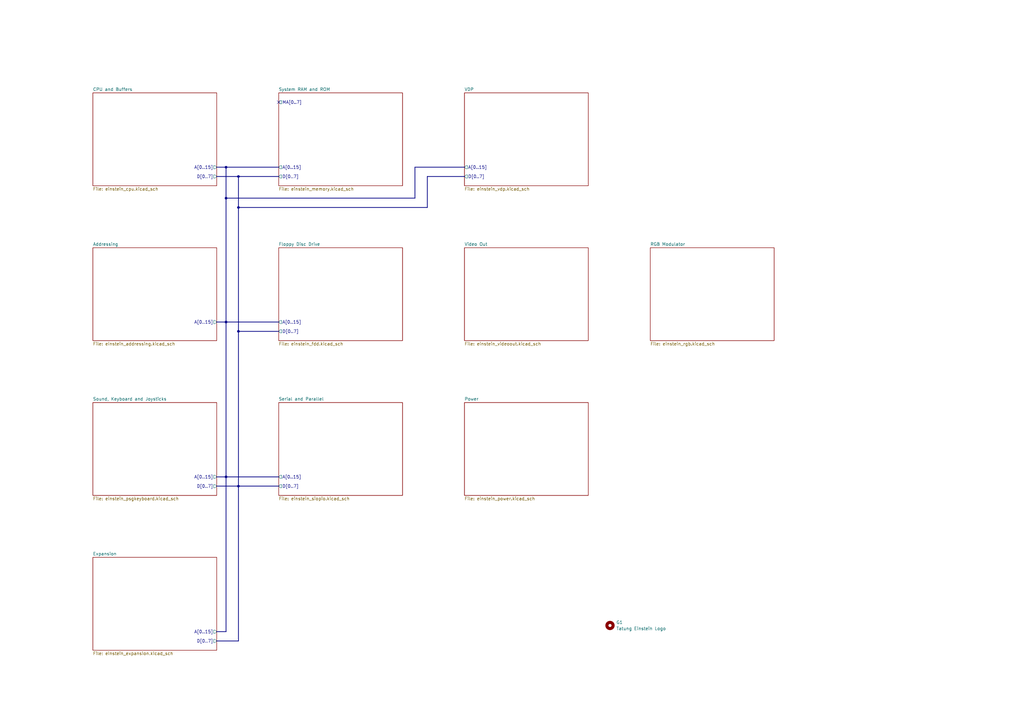
<source format=kicad_sch>
(kicad_sch (version 20250114) (generator "eeschema") (generator_version "9.0")
  (paper "A3")
  (lib_symbols
    (symbol "Mechanical:MountingHole" (pin_names (offset 1.016)) (in_bom no)
      (property "Reference" "H" (at 0 5.08 0))
      (property "Value" "MountingHole" (at 0 3.175 0))
      (symbol "MountingHole_0_1"
        (circle (center 0 0) (radius 1.27) (stroke (width 1.27)))
      )
    )
  )
  (junction (at 97.79 72.39))
  (junction (at 92.71 81.28))
  (junction (at 92.71 195.58))
  (junction (at 92.71 132.08))
  (junction (at 97.79 85.09))
  (junction (at 92.71 68.58))
  (junction (at 97.79 135.89))
  (junction (at 97.79 199.39))
  (no_connect (at 114.3 41.91))
  (bus (pts (xy 92.71 132.08) (xy 114.3 132.08)))
  (bus (pts (xy 92.71 259.08) (xy 92.71 195.58)))
  (bus (pts (xy 88.9 72.39) (xy 97.79 72.39)))
  (bus (pts (xy 88.9 132.08) (xy 92.71 132.08)))
  (bus (pts (xy 92.71 132.08) (xy 92.71 195.58)))
  (bus (pts (xy 92.71 81.28) (xy 92.71 68.58)))
  (bus (pts (xy 88.9 262.89) (xy 97.79 262.89)))
  (bus (pts (xy 97.79 85.09) (xy 97.79 72.39)))
  (bus (pts (xy 170.18 68.58) (xy 170.18 81.28)))
  (bus (pts (xy 190.5 72.39) (xy 175.26 72.39)))
  (bus (pts (xy 88.9 259.08) (xy 92.71 259.08)))
  (bus (pts (xy 175.26 72.39) (xy 175.26 85.09)))
  (bus (pts (xy 88.9 68.58) (xy 92.71 68.58)))
  (bus (pts (xy 114.3 135.89) (xy 97.79 135.89)))
  (bus (pts (xy 92.71 132.08) (xy 92.71 81.28)))
  (bus (pts (xy 97.79 72.39) (xy 114.3 72.39)))
  (bus (pts (xy 114.3 195.58) (xy 92.71 195.58)))
  (bus (pts (xy 97.79 135.89) (xy 97.79 85.09)))
  (bus (pts (xy 190.5 68.58) (xy 170.18 68.58)))
  (bus (pts (xy 88.9 195.58) (xy 92.71 195.58)))
  (bus (pts (xy 97.79 199.39) (xy 97.79 135.89)))
  (bus (pts (xy 114.3 199.39) (xy 97.79 199.39)))
  (bus (pts (xy 97.79 262.89) (xy 97.79 199.39)))
  (bus (pts (xy 92.71 81.28) (xy 170.18 81.28)))
  (bus (pts (xy 92.71 68.58) (xy 114.3 68.58)))
  (bus (pts (xy 175.26 85.09) (xy 97.79 85.09)))
  (bus (pts (xy 88.9 199.39) (xy 97.79 199.39)))
  (symbol (lib_id "Mechanical:MountingHole") (at 250.19 256.54 0) (unit 1) (in_bom no)
    (property "Reference" "G1" (at 252.73 255.2699 0) (effects (justify left)))
    (property "Value" "Tatung Einstein Logo" (at 252.73 257.8099 0) (effects (justify left)))
    (property "Footprint" "Einstein:Einstein_Logo_35mm" (effects (hide yes)))
    (property "Description" "Mounting Hole without connection" (effects (hide yes)))
  )
  (sheet (at 38.1 228.6) (size 50.8 38.1) (stroke (width 0.1524))
    (property "Sheetname" "Expansion" (at 38.1 227.8884 0) (effects (justify left bottom)))
    (property "Sheetfile" "einstein_expansion.kicad_sch" (at 38.1 267.2846 0) (effects (justify left top)))
    (pin "A[0..15]" output (at 88.9 259.08 0))
    (pin "D[0..7]" output (at 88.9 262.89 0))
  )
  (sheet (at 190.5 38.1) (size 50.8 38.1) (stroke (width 0.1524))
    (property "Sheetname" "VDP" (at 190.5 37.3884 0) (effects (justify left bottom)))
    (property "Sheetfile" "einstein_vdp.kicad_sch" (at 190.5 76.7846 0) (effects (justify left top)))
    (pin "A[0..15]" output (at 190.5 68.58 180))
    (pin "D[0..7]" output (at 190.5 72.39 180))
  )
  (sheet (at 114.3 38.1) (size 50.8 38.1) (stroke (width 0.1524))
    (property "Sheetname" "System RAM and ROM" (at 114.3 37.3884 0) (effects (justify left bottom)))
    (property "Sheetfile" "einstein_memory.kicad_sch" (at 114.3 76.7846 0) (effects (justify left top)))
    (pin "A[0..15]" output (at 114.3 68.58 180))
    (pin "D[0..7]" output (at 114.3 72.39 180))
    (pin "MA[0..7]" output (at 114.3 41.91 180))
  )
  (sheet (at 38.1 38.1) (size 50.8 38.1) (stroke (width 0.1524))
    (property "Sheetname" "CPU and Buffers" (at 38.1 37.3884 0) (effects (justify left bottom)))
    (property "Sheetfile" "einstein_cpu.kicad_sch" (at 38.1 76.7846 0) (effects (justify left top)))
    (pin "A[0..15]" output (at 88.9 68.58 0))
    (pin "D[0..7]" output (at 88.9 72.39 0))
  )
  (sheet (at 38.1 101.6) (size 50.8 38.1) (stroke (width 0.1524))
    (property "Sheetname" "Addressing" (at 38.1 100.8884 0) (effects (justify left bottom)))
    (property "Sheetfile" "einstein_addressing.kicad_sch" (at 38.1 140.2846 0) (effects (justify left top)))
    (pin "A[0..15]" output (at 88.9 132.08 0))
  )
  (sheet (at 190.5 165.1) (size 50.8 38.1) (stroke (width 0.1524))
    (property "Sheetname" "Power" (at 190.5 164.3884 0) (effects (justify left bottom)))
    (property "Sheetfile" "einstein_power.kicad_sch" (at 190.5 203.7846 0) (effects (justify left top)))
  )
  (sheet (at 114.3 165.1) (size 50.8 38.1) (stroke (width 0.1524))
    (property "Sheetname" "Serial and Parallel" (at 114.3 164.3884 0) (effects (justify left bottom)))
    (property "Sheetfile" "einstein_siopio.kicad_sch" (at 114.3 203.7846 0) (effects (justify left top)))
    (pin "A[0..15]" output (at 114.3 195.58 180))
    (pin "D[0..7]" output (at 114.3 199.39 180))
  )
  (sheet (at 38.1 165.1) (size 50.8 38.1) (stroke (width 0.1524))
    (property "Sheetname" "Sound, Keyboard and Joysticks" (at 38.1 164.3884 0) (effects (justify left bottom)))
    (property "Sheetfile" "einstein_psgkeyboard.kicad_sch" (at 38.1 203.7846 0) (effects (justify left top)))
    (pin "A[0..15]" output (at 88.9 195.58 0))
    (pin "D[0..7]" output (at 88.9 199.39 0))
  )
  (sheet (at 190.5 101.6) (size 50.8 38.1) (stroke (width 0.1524))
    (property "Sheetname" "Video Out" (at 190.5 100.8884 0) (effects (justify left bottom)))
    (property "Sheetfile" "einstein_videoout.kicad_sch" (at 190.5 140.2846 0) (effects (justify left top)))
  )
  (sheet (at 114.3 101.6) (size 50.8 38.1) (stroke (width 0.1524))
    (property "Sheetname" "Floppy Disc Drive" (at 114.3 100.8884 0) (effects (justify left bottom)))
    (property "Sheetfile" "einstein_fdd.kicad_sch" (at 114.3 140.2846 0) (effects (justify left top)))
    (pin "A[0..15]" output (at 114.3 132.08 180))
    (pin "D[0..7]" output (at 114.3 135.89 180))
  )
  (sheet (at 266.7 101.6) (size 50.8 38.1) (stroke (width 0.1524))
    (property "Sheetname" "RGB Modulator" (at 266.7 100.8884 0) (effects (justify left bottom)))
    (property "Sheetfile" "einstein_rgb.kicad_sch" (at 266.7 140.2846 0) (effects (justify left top)))
  )
)
</source>
